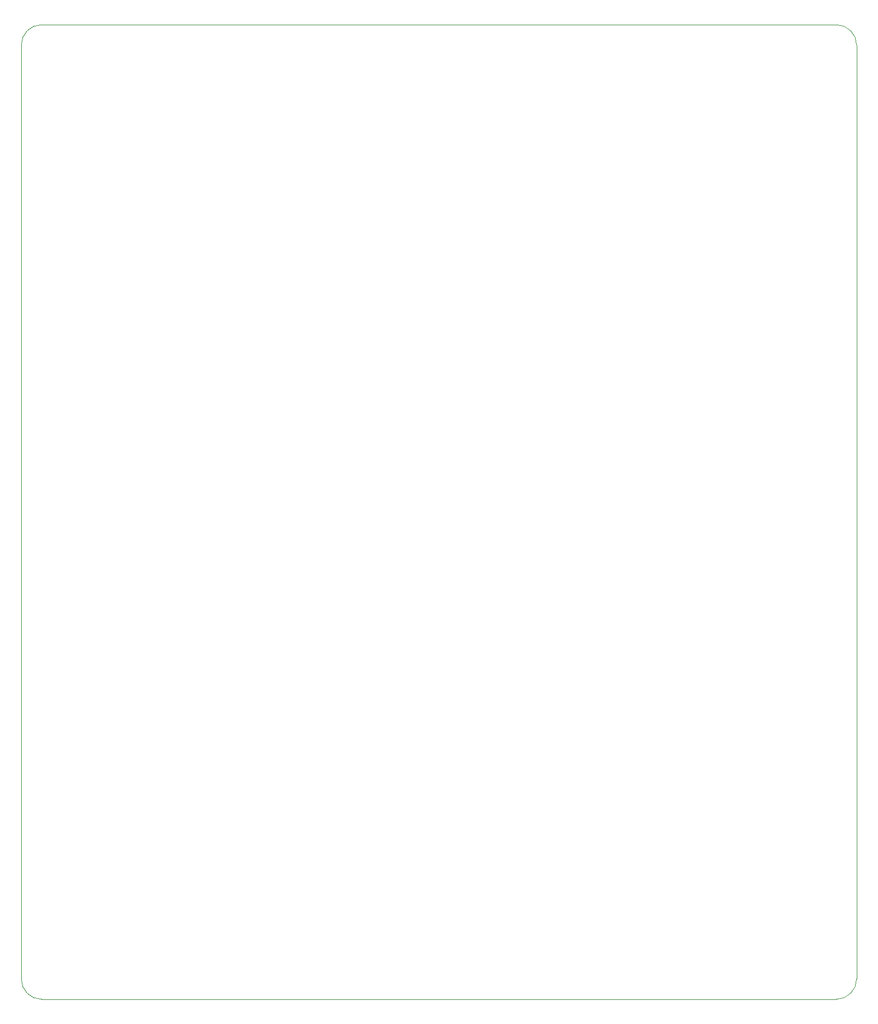
<source format=gbr>
%TF.GenerationSoftware,KiCad,Pcbnew,(6.0.7)*%
%TF.CreationDate,2022-09-16T15:15:22+01:00*%
%TF.ProjectId,iso_adc_cvm,69736f5f-6164-4635-9f63-766d2e6b6963,rev?*%
%TF.SameCoordinates,Original*%
%TF.FileFunction,Profile,NP*%
%FSLAX46Y46*%
G04 Gerber Fmt 4.6, Leading zero omitted, Abs format (unit mm)*
G04 Created by KiCad (PCBNEW (6.0.7)) date 2022-09-16 15:15:22*
%MOMM*%
%LPD*%
G01*
G04 APERTURE LIST*
%TA.AperFunction,Profile*%
%ADD10C,0.100000*%
%TD*%
G04 APERTURE END LIST*
D10*
X137250000Y-15000000D02*
G75*
G03*
X134250000Y-12000000I-3000000J0D01*
G01*
X134250000Y-12000000D02*
X17000000Y-12000000D01*
X17000000Y-155750000D02*
X134250000Y-155750000D01*
X14000000Y-15000000D02*
X14000000Y-152750000D01*
X17000000Y-12000000D02*
G75*
G03*
X14000000Y-15000000I0J-3000000D01*
G01*
X14000000Y-152750000D02*
G75*
G03*
X17000000Y-155750000I3000000J0D01*
G01*
X134250000Y-155750000D02*
G75*
G03*
X137250000Y-152750000I0J3000000D01*
G01*
X137250000Y-152750000D02*
X137250000Y-15000000D01*
M02*

</source>
